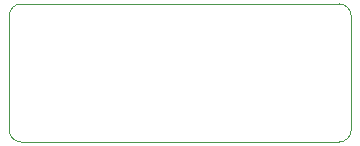
<source format=gbr>
%TF.GenerationSoftware,KiCad,Pcbnew,(6.0.5-0)*%
%TF.CreationDate,2023-07-17T15:50:24+09:00*%
%TF.ProjectId,l9110h-1ch-driver,6c393131-3068-42d3-9163-682d64726976,rev?*%
%TF.SameCoordinates,Original*%
%TF.FileFunction,Profile,NP*%
%FSLAX46Y46*%
G04 Gerber Fmt 4.6, Leading zero omitted, Abs format (unit mm)*
G04 Created by KiCad (PCBNEW (6.0.5-0)) date 2023-07-17 15:50:24*
%MOMM*%
%LPD*%
G01*
G04 APERTURE LIST*
%TA.AperFunction,Profile*%
%ADD10C,0.100000*%
%TD*%
G04 APERTURE END LIST*
D10*
X132334000Y-97790000D02*
X105410000Y-97790000D01*
X133350000Y-108458000D02*
X133350000Y-98806000D01*
X105410000Y-109474000D02*
X132334000Y-109474000D01*
X104394000Y-108458000D02*
G75*
G03*
X105410000Y-109474000I1016000J0D01*
G01*
X133350000Y-98806000D02*
G75*
G03*
X132334000Y-97790000I-1016000J0D01*
G01*
X104394000Y-108458000D02*
X104394000Y-98806000D01*
X132334000Y-109474000D02*
G75*
G03*
X133350000Y-108458000I0J1016000D01*
G01*
X105410000Y-97790000D02*
G75*
G03*
X104394000Y-98806000I0J-1016000D01*
G01*
M02*

</source>
